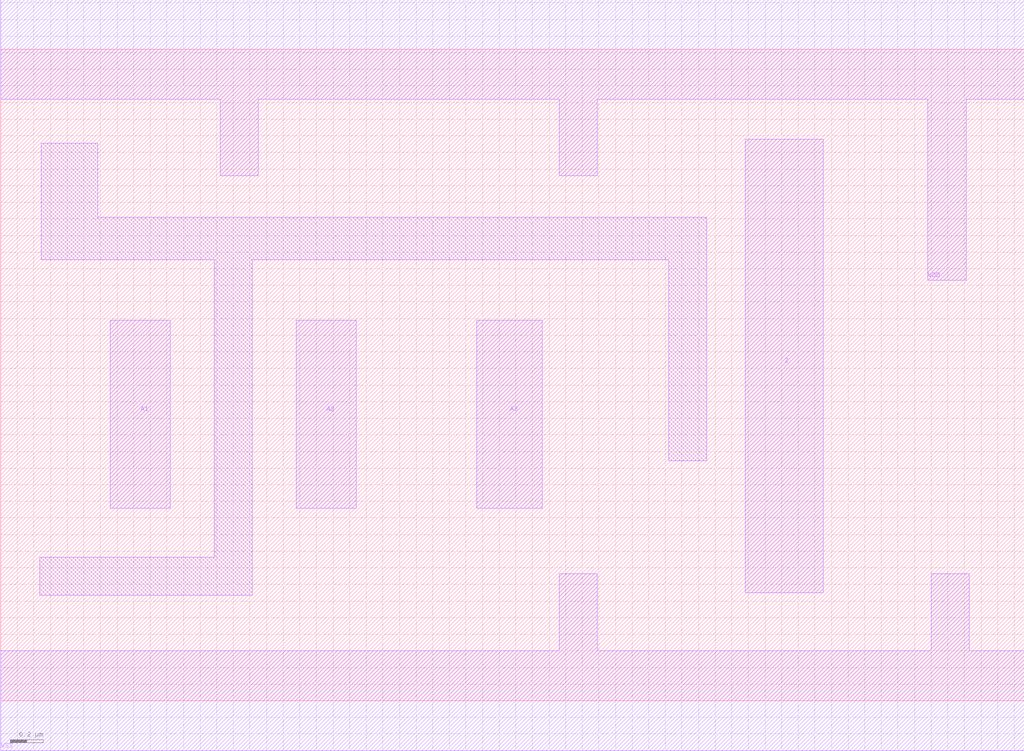
<source format=lef>
# Copyright 2022 GlobalFoundries PDK Authors
#
# Licensed under the Apache License, Version 2.0 (the "License");
# you may not use this file except in compliance with the License.
# You may obtain a copy of the License at
#
#      http://www.apache.org/licenses/LICENSE-2.0
#
# Unless required by applicable law or agreed to in writing, software
# distributed under the License is distributed on an "AS IS" BASIS,
# WITHOUT WARRANTIES OR CONDITIONS OF ANY KIND, either express or implied.
# See the License for the specific language governing permissions and
# limitations under the License.

MACRO gf180mcu_fd_sc_mcu7t5v0__and3_2
  CLASS core ;
  FOREIGN gf180mcu_fd_sc_mcu7t5v0__and3_2 0.0 0.0 ;
  ORIGIN 0 0 ;
  SYMMETRY X Y ;
  SITE GF018hv5v_mcu_sc7 ;
  SIZE 6.16 BY 3.92 ;
  PIN A1
    DIRECTION INPUT ;
    ANTENNAGATEAREA 0.9815 ;
    PORT
      LAYER Metal1 ;
        POLYGON 0.66 1.16 1.02 1.16 1.02 2.29 0.66 2.29  ;
    END
  END A1
  PIN A2
    DIRECTION INPUT ;
    ANTENNAGATEAREA 0.9815 ;
    PORT
      LAYER Metal1 ;
        POLYGON 1.78 1.16 2.14 1.16 2.14 2.29 1.78 2.29  ;
    END
  END A2
  PIN A3
    DIRECTION INPUT ;
    ANTENNAGATEAREA 0.9815 ;
    PORT
      LAYER Metal1 ;
        POLYGON 2.865 1.16 3.26 1.16 3.26 2.29 2.865 2.29  ;
    END
  END A3
  PIN Z
    DIRECTION OUTPUT ;
    ANTENNADIFFAREA 1.0556 ;
    PORT
      LAYER Metal1 ;
        POLYGON 4.48 0.65 4.95 0.65 4.95 3.38 4.48 3.38  ;
    END
  END Z
  PIN VDD
    DIRECTION INOUT ;
    USE power ;
    SHAPE ABUTMENT ;
    PORT
      LAYER Metal1 ;
        POLYGON 0 3.62 1.32 3.62 1.32 3.16 1.55 3.16 1.55 3.62 3.36 3.62 3.36 3.16 3.59 3.16 3.59 3.62 4.25 3.62 5.58 3.62 5.58 2.53 5.81 2.53 5.81 3.62 6.16 3.62 6.16 4.22 4.25 4.22 0 4.22  ;
    END
  END VDD
  PIN VSS
    DIRECTION INOUT ;
    USE ground ;
    SHAPE ABUTMENT ;
    PORT
      LAYER Metal1 ;
        POLYGON 0 -0.3 6.16 -0.3 6.16 0.3 5.83 0.3 5.83 0.765 5.6 0.765 5.6 0.3 3.59 0.3 3.59 0.765 3.36 0.765 3.36 0.3 0 0.3  ;
    END
  END VSS
  OBS
      LAYER Metal1 ;
        POLYGON 0.245 2.655 1.285 2.655 1.285 0.865 0.235 0.865 0.235 0.635 1.515 0.635 1.515 2.655 4.02 2.655 4.02 1.445 4.25 1.445 4.25 2.91 0.585 2.91 0.585 3.355 0.245 3.355  ;
  END
END gf180mcu_fd_sc_mcu7t5v0__and3_2

</source>
